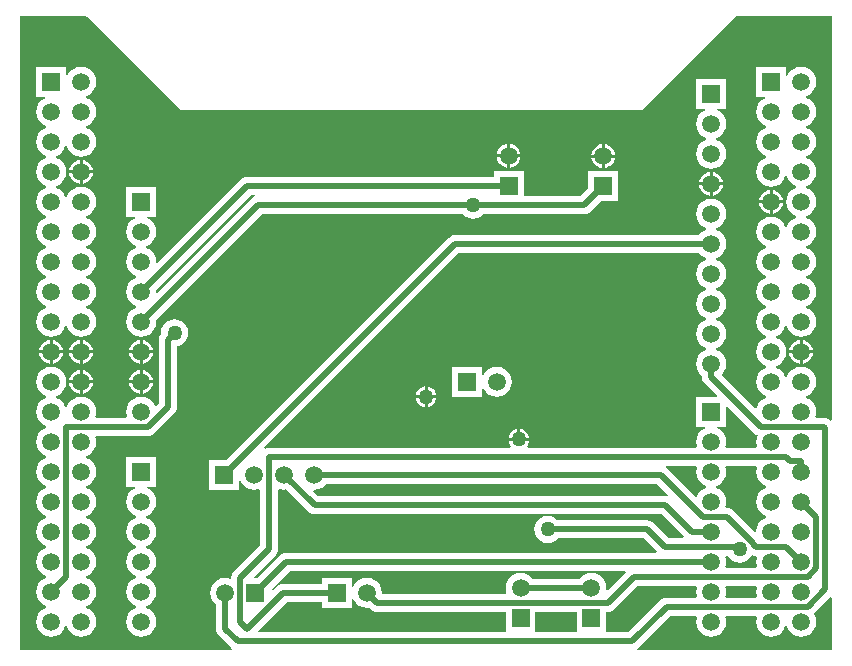
<source format=gbl>
G04*
G04 #@! TF.GenerationSoftware,Altium Limited,Altium Designer,18.1.6 (161)*
G04*
G04 Layer_Physical_Order=2*
G04 Layer_Color=16711680*
%FSLAX25Y25*%
%MOIN*%
G70*
G01*
G75*
%ADD26C,0.02000*%
%ADD27R,0.05906X0.05906*%
%ADD28C,0.05906*%
%ADD29R,0.05906X0.05906*%
%ADD30C,0.05000*%
G36*
X273042Y79245D02*
X272542Y79038D01*
X272440Y79140D01*
X271813Y79620D01*
X271083Y79923D01*
X270300Y80026D01*
X267801D01*
X267524Y80442D01*
X267620Y80676D01*
X267791Y81969D01*
X267620Y83262D01*
X267121Y84466D01*
X266328Y85501D01*
X265293Y86295D01*
X264320Y86698D01*
Y87239D01*
X265293Y87642D01*
X266328Y88436D01*
X267121Y89471D01*
X267620Y90676D01*
X267791Y91969D01*
X267620Y93261D01*
X267121Y94466D01*
X266328Y95501D01*
X265293Y96295D01*
X264088Y96794D01*
X262795Y96964D01*
X261502Y96794D01*
X260297Y96295D01*
X259263Y95501D01*
X258469Y94466D01*
X258066Y93493D01*
X257525D01*
X257121Y94466D01*
X256328Y95501D01*
X255293Y96295D01*
X254320Y96698D01*
Y97239D01*
X255293Y97642D01*
X256328Y98436D01*
X257121Y99471D01*
X257621Y100676D01*
X257791Y101969D01*
X257621Y103261D01*
X257121Y104466D01*
X256328Y105501D01*
X255293Y106295D01*
X254320Y106698D01*
Y107239D01*
X255293Y107642D01*
X256328Y108436D01*
X257121Y109471D01*
X257525Y110444D01*
X258066D01*
X258469Y109471D01*
X259263Y108436D01*
X260297Y107642D01*
X261502Y107143D01*
X262795Y106973D01*
X264088Y107143D01*
X265293Y107642D01*
X266328Y108436D01*
X267121Y109471D01*
X267620Y110676D01*
X267791Y111969D01*
X267620Y113261D01*
X267121Y114466D01*
X266328Y115501D01*
X265293Y116295D01*
X264320Y116698D01*
Y117239D01*
X265293Y117642D01*
X266328Y118436D01*
X267121Y119471D01*
X267620Y120676D01*
X267791Y121969D01*
X267620Y123261D01*
X267121Y124466D01*
X266328Y125501D01*
X265293Y126295D01*
X264320Y126698D01*
Y127239D01*
X265293Y127642D01*
X266328Y128436D01*
X267121Y129471D01*
X267620Y130676D01*
X267791Y131969D01*
X267620Y133262D01*
X267121Y134466D01*
X266328Y135501D01*
X265293Y136295D01*
X264320Y136698D01*
Y137239D01*
X265293Y137642D01*
X266328Y138436D01*
X267121Y139471D01*
X267620Y140676D01*
X267791Y141969D01*
X267620Y143262D01*
X267121Y144466D01*
X266328Y145501D01*
X265293Y146295D01*
X264320Y146698D01*
Y147239D01*
X265293Y147642D01*
X266328Y148436D01*
X267121Y149471D01*
X267620Y150676D01*
X267791Y151969D01*
X267620Y153261D01*
X267121Y154466D01*
X266328Y155501D01*
X265293Y156295D01*
X264320Y156698D01*
Y157239D01*
X265293Y157642D01*
X266328Y158436D01*
X267121Y159471D01*
X267620Y160676D01*
X267791Y161969D01*
X267620Y163261D01*
X267121Y164466D01*
X266328Y165501D01*
X265293Y166295D01*
X264320Y166698D01*
Y167239D01*
X265293Y167642D01*
X266328Y168436D01*
X267121Y169471D01*
X267620Y170676D01*
X267791Y171969D01*
X267620Y173261D01*
X267121Y174466D01*
X266328Y175501D01*
X265293Y176295D01*
X264320Y176698D01*
Y177239D01*
X265293Y177642D01*
X266328Y178436D01*
X267121Y179471D01*
X267620Y180676D01*
X267791Y181969D01*
X267620Y183262D01*
X267121Y184466D01*
X266328Y185501D01*
X265293Y186295D01*
X264320Y186698D01*
Y187239D01*
X265293Y187642D01*
X266328Y188436D01*
X267121Y189471D01*
X267620Y190676D01*
X267791Y191969D01*
X267620Y193262D01*
X267121Y194466D01*
X266328Y195501D01*
X265293Y196295D01*
X264088Y196794D01*
X262795Y196964D01*
X261502Y196794D01*
X260297Y196295D01*
X259263Y195501D01*
X258469Y194466D01*
X258248Y193933D01*
X257748Y194032D01*
Y196921D01*
X247843D01*
Y187016D01*
X250732D01*
X250831Y186516D01*
X250297Y186295D01*
X249263Y185501D01*
X248469Y184466D01*
X247970Y183262D01*
X247800Y181969D01*
X247970Y180676D01*
X248469Y179471D01*
X249263Y178436D01*
X250297Y177642D01*
X251271Y177239D01*
Y176698D01*
X250297Y176295D01*
X249263Y175501D01*
X248469Y174466D01*
X247970Y173261D01*
X247800Y171969D01*
X247970Y170676D01*
X248469Y169471D01*
X249263Y168436D01*
X250297Y167642D01*
X251271Y167239D01*
Y166698D01*
X250297Y166295D01*
X249263Y165501D01*
X248469Y164466D01*
X247970Y163261D01*
X247800Y161969D01*
X247970Y160676D01*
X248469Y159471D01*
X249263Y158436D01*
X250297Y157642D01*
X251502Y157143D01*
X252795Y156973D01*
X254088Y157143D01*
X255293Y157642D01*
X256328Y158436D01*
X257121Y159471D01*
X257525Y160444D01*
X258066D01*
X258469Y159471D01*
X259263Y158436D01*
X260297Y157642D01*
X261271Y157239D01*
Y156698D01*
X260297Y156295D01*
X259263Y155501D01*
X258469Y154466D01*
X257970Y153261D01*
X257800Y151969D01*
X257970Y150676D01*
X258469Y149471D01*
X259263Y148436D01*
X260297Y147642D01*
X261271Y147239D01*
Y146698D01*
X260297Y146295D01*
X259263Y145501D01*
X258469Y144466D01*
X258066Y143493D01*
X257525D01*
X257121Y144466D01*
X256328Y145501D01*
X255293Y146295D01*
X254088Y146794D01*
X252795Y146964D01*
X251502Y146794D01*
X250297Y146295D01*
X249263Y145501D01*
X248469Y144466D01*
X247970Y143262D01*
X247800Y141969D01*
X247970Y140676D01*
X248469Y139471D01*
X249263Y138436D01*
X250297Y137642D01*
X251271Y137239D01*
Y136698D01*
X250297Y136295D01*
X249263Y135501D01*
X248469Y134466D01*
X247970Y133262D01*
X247800Y131969D01*
X247970Y130676D01*
X248469Y129471D01*
X249263Y128436D01*
X250297Y127642D01*
X251271Y127239D01*
Y126698D01*
X250297Y126295D01*
X249263Y125501D01*
X248469Y124466D01*
X247970Y123261D01*
X247800Y121969D01*
X247970Y120676D01*
X248469Y119471D01*
X249263Y118436D01*
X250297Y117642D01*
X251271Y117239D01*
Y116698D01*
X250297Y116295D01*
X249263Y115501D01*
X248469Y114466D01*
X247970Y113261D01*
X247800Y111969D01*
X247970Y110676D01*
X248469Y109471D01*
X249263Y108436D01*
X250297Y107642D01*
X251271Y107239D01*
Y106698D01*
X250297Y106295D01*
X249263Y105501D01*
X248469Y104466D01*
X247970Y103261D01*
X247800Y101969D01*
X247970Y100676D01*
X248469Y99471D01*
X249263Y98436D01*
X250297Y97642D01*
X251271Y97239D01*
Y96698D01*
X250297Y96295D01*
X249263Y95501D01*
X248469Y94466D01*
X247970Y93261D01*
X247800Y91969D01*
X247970Y90676D01*
X248469Y89471D01*
X249263Y88436D01*
X250297Y87642D01*
X251271Y87239D01*
Y86698D01*
X250297Y86295D01*
X249263Y85501D01*
X248469Y84466D01*
X248015Y83371D01*
X247508Y83171D01*
X236323Y94356D01*
X236328Y94420D01*
X237121Y95455D01*
X237620Y96660D01*
X237791Y97953D01*
X237620Y99246D01*
X237121Y100450D01*
X236328Y101485D01*
X235293Y102279D01*
X234320Y102682D01*
Y103223D01*
X235293Y103626D01*
X236328Y104420D01*
X237121Y105455D01*
X237620Y106660D01*
X237791Y107953D01*
X237620Y109246D01*
X237121Y110450D01*
X236328Y111485D01*
X235293Y112279D01*
X234320Y112682D01*
Y113223D01*
X235293Y113626D01*
X236328Y114420D01*
X237121Y115455D01*
X237620Y116660D01*
X237791Y117953D01*
X237620Y119246D01*
X237121Y120450D01*
X236328Y121485D01*
X235293Y122279D01*
X234320Y122682D01*
Y123223D01*
X235293Y123626D01*
X236328Y124420D01*
X237121Y125455D01*
X237620Y126660D01*
X237791Y127953D01*
X237620Y129245D01*
X237121Y130450D01*
X236328Y131485D01*
X235293Y132279D01*
X234320Y132682D01*
Y133223D01*
X235293Y133626D01*
X236328Y134420D01*
X237121Y135455D01*
X237620Y136660D01*
X237791Y137953D01*
X237620Y139245D01*
X237121Y140450D01*
X236328Y141485D01*
X235293Y142279D01*
X234320Y142682D01*
Y143223D01*
X235293Y143626D01*
X236328Y144420D01*
X237121Y145455D01*
X237620Y146660D01*
X237791Y147953D01*
X237620Y149246D01*
X237121Y150450D01*
X236328Y151485D01*
X235293Y152279D01*
X234088Y152778D01*
X232795Y152948D01*
X231502Y152778D01*
X230297Y152279D01*
X229263Y151485D01*
X228469Y150450D01*
X227970Y149246D01*
X227800Y147953D01*
X227970Y146660D01*
X228469Y145455D01*
X229263Y144420D01*
X230297Y143626D01*
X231271Y143223D01*
Y142682D01*
X230297Y142279D01*
X229263Y141485D01*
X228874Y140979D01*
X147480D01*
X147480Y140979D01*
X146697Y140875D01*
X145967Y140573D01*
X145341Y140092D01*
X145341Y140092D01*
X71225Y65976D01*
X65598D01*
Y56071D01*
X75504D01*
Y58960D01*
X76004Y59060D01*
X76225Y58526D01*
X77019Y57491D01*
X78053Y56697D01*
X79258Y56198D01*
X80551Y56028D01*
X81844Y56198D01*
X82110Y56308D01*
X82525Y56030D01*
Y37605D01*
X73760Y28840D01*
X73280Y28213D01*
X72977Y27483D01*
X72877Y26723D01*
X72856Y26621D01*
X72458Y26355D01*
X72159Y26479D01*
X70866Y26649D01*
X69573Y26479D01*
X68369Y25980D01*
X67334Y25186D01*
X66540Y24151D01*
X66041Y22946D01*
X65871Y21654D01*
X66041Y20361D01*
X66540Y19156D01*
X67334Y18121D01*
X67840Y17733D01*
Y9634D01*
X67943Y8851D01*
X68246Y8121D01*
X68727Y7494D01*
X72860Y3360D01*
X72860Y3360D01*
X73266Y3049D01*
X73097Y2549D01*
X2549D01*
Y213986D01*
X24535D01*
X52332Y186190D01*
X55284Y183237D01*
X55284Y183237D01*
X55284Y183237D01*
X55664Y182983D01*
X56111Y182685D01*
X56111Y182685D01*
X56111Y182684D01*
X56541Y182599D01*
X57086Y182490D01*
X57087Y182490D01*
X57087Y182490D01*
X208661D01*
X209637Y182684D01*
X210464Y183237D01*
X218338Y191111D01*
X241213Y213986D01*
X273042D01*
Y79245D01*
D02*
G37*
G36*
X247260Y74860D02*
X247260Y74860D01*
X247887Y74379D01*
X248353Y74186D01*
X247970Y73261D01*
X247800Y71969D01*
X247970Y70676D01*
X248067Y70442D01*
X247789Y70026D01*
X237801D01*
X237524Y70442D01*
X237620Y70676D01*
X237791Y71969D01*
X237620Y73261D01*
X237121Y74466D01*
X236328Y75501D01*
X235293Y76295D01*
X234759Y76516D01*
X234859Y77016D01*
X237748D01*
Y83719D01*
X238210Y83911D01*
X247260Y74860D01*
D02*
G37*
G36*
X229263Y134420D02*
X230297Y133626D01*
X231271Y133223D01*
Y132682D01*
X230297Y132279D01*
X229263Y131485D01*
X228469Y130450D01*
X227970Y129245D01*
X227800Y127953D01*
X227970Y126660D01*
X228469Y125455D01*
X229263Y124420D01*
X230297Y123626D01*
X231271Y123223D01*
Y122682D01*
X230297Y122279D01*
X229263Y121485D01*
X228469Y120450D01*
X227970Y119246D01*
X227800Y117953D01*
X227970Y116660D01*
X228469Y115455D01*
X229263Y114420D01*
X230297Y113626D01*
X231271Y113223D01*
Y112682D01*
X230297Y112279D01*
X229263Y111485D01*
X228469Y110450D01*
X227970Y109246D01*
X227800Y107953D01*
X227970Y106660D01*
X228469Y105455D01*
X229263Y104420D01*
X230297Y103626D01*
X231271Y103223D01*
Y102682D01*
X230297Y102279D01*
X229263Y101485D01*
X228469Y100450D01*
X227970Y99246D01*
X227800Y97953D01*
X227970Y96660D01*
X228469Y95455D01*
X229263Y94420D01*
X229769Y94032D01*
Y93605D01*
X229872Y92822D01*
X230175Y92092D01*
X230656Y91465D01*
X234737Y87383D01*
X234546Y86921D01*
X227842D01*
Y77016D01*
X230732D01*
X230831Y76516D01*
X230297Y76295D01*
X229263Y75501D01*
X228469Y74466D01*
X227970Y73261D01*
X227800Y71969D01*
X227970Y70676D01*
X228067Y70442D01*
X227789Y70026D01*
X171639D01*
X171400Y70526D01*
X171817Y71070D01*
X172170Y71921D01*
X172224Y72335D01*
X165295D01*
X165350Y71921D01*
X165703Y71070D01*
X166120Y70526D01*
X165881Y70026D01*
X85551D01*
X84768Y69923D01*
X84202Y69688D01*
X83919Y70112D01*
X148734Y134927D01*
X228874D01*
X229263Y134420D01*
D02*
G37*
G36*
X218436Y54285D02*
X218379Y54113D01*
X218177Y53837D01*
X217500Y53926D01*
X101928D01*
X100266Y55588D01*
X100487Y56037D01*
X100551Y56028D01*
X101844Y56198D01*
X103049Y56697D01*
X104084Y57491D01*
X104472Y57998D01*
X214723D01*
X218436Y54285D01*
D02*
G37*
G36*
X228093Y63558D02*
X227970Y63261D01*
X227800Y61969D01*
X227970Y60676D01*
X228469Y59471D01*
X229263Y58436D01*
X230297Y57642D01*
X231271Y57239D01*
Y56698D01*
X230297Y56295D01*
X229263Y55501D01*
X228469Y54466D01*
X228156Y53711D01*
X227666Y53614D01*
X218116Y63163D01*
X217711Y63474D01*
X217881Y63974D01*
X227815D01*
X228093Y63558D01*
D02*
G37*
G36*
X248093D02*
X247970Y63261D01*
X247800Y61969D01*
X247970Y60676D01*
X248469Y59471D01*
X249263Y58436D01*
X250297Y57642D01*
X251271Y57239D01*
Y56698D01*
X250297Y56295D01*
X249263Y55501D01*
X248469Y54466D01*
X247970Y53262D01*
X247800Y51969D01*
X247970Y50676D01*
X248469Y49471D01*
X249263Y48436D01*
X250297Y47642D01*
X251271Y47239D01*
Y46698D01*
X250297Y46295D01*
X249263Y45501D01*
X248469Y44466D01*
X247970Y43262D01*
X247823Y42148D01*
X247331Y41933D01*
X240124Y49140D01*
X239498Y49621D01*
X238768Y49923D01*
X237985Y50026D01*
X237801D01*
X237524Y50442D01*
X237620Y50676D01*
X237791Y51969D01*
X237620Y53262D01*
X237121Y54466D01*
X236328Y55501D01*
X235293Y56295D01*
X234320Y56698D01*
Y57239D01*
X235293Y57642D01*
X236328Y58436D01*
X237121Y59471D01*
X237620Y60676D01*
X237791Y61969D01*
X237620Y63261D01*
X237497Y63558D01*
X237775Y63974D01*
X247815D01*
X248093Y63558D01*
D02*
G37*
G36*
X89258Y56198D02*
X90551Y56028D01*
X91184Y56111D01*
X98535Y48760D01*
X99162Y48280D01*
X99892Y47977D01*
X100675Y47874D01*
X216247D01*
X223633Y40488D01*
X223442Y40026D01*
X218653D01*
X213740Y44940D01*
X213113Y45421D01*
X212383Y45723D01*
X211600Y45826D01*
X181750D01*
X181609Y46009D01*
X180669Y46731D01*
X179575Y47184D01*
X178400Y47339D01*
X177225Y47184D01*
X176131Y46731D01*
X175191Y46009D01*
X174469Y45069D01*
X174016Y43975D01*
X173861Y42800D01*
X174016Y41625D01*
X174469Y40531D01*
X175191Y39591D01*
X176131Y38869D01*
X177225Y38416D01*
X178400Y38261D01*
X179575Y38416D01*
X180669Y38869D01*
X181609Y39591D01*
X181750Y39774D01*
X210347D01*
X214664Y35456D01*
X214473Y34995D01*
X91181D01*
X90398Y34891D01*
X89668Y34589D01*
X89042Y34108D01*
X81540Y26606D01*
X80739D01*
X80548Y27068D01*
X87691Y34212D01*
X88172Y34838D01*
X88474Y35568D01*
X88525Y35960D01*
X88577Y36351D01*
X88577Y36351D01*
Y56030D01*
X88993Y56308D01*
X89258Y56198D01*
D02*
G37*
G36*
X247017Y34077D02*
X247728Y33984D01*
X248028Y33655D01*
X248093Y33558D01*
X247970Y33261D01*
X247800Y31969D01*
X247970Y30676D01*
X248067Y30442D01*
X247789Y30026D01*
X237801D01*
X237524Y30442D01*
X237620Y30676D01*
X237791Y31969D01*
X237620Y33261D01*
X237497Y33558D01*
X237775Y33974D01*
X238435D01*
X239116Y33085D01*
X240056Y32364D01*
X241151Y31911D01*
X242326Y31756D01*
X243501Y31911D01*
X244595Y32364D01*
X245535Y33085D01*
X246257Y34025D01*
X246386Y34338D01*
X247017Y34077D01*
D02*
G37*
G36*
X204302Y28481D02*
X198303Y22482D01*
X197829Y22716D01*
X197909Y23319D01*
X197739Y24612D01*
X197240Y25817D01*
X196446Y26851D01*
X195411Y27645D01*
X194206Y28144D01*
X192913Y28315D01*
X191621Y28144D01*
X190416Y27645D01*
X189381Y26851D01*
X188993Y26345D01*
X173212D01*
X172824Y26851D01*
X171789Y27645D01*
X170584Y28144D01*
X169291Y28315D01*
X167999Y28144D01*
X166794Y27645D01*
X165759Y26851D01*
X164965Y25817D01*
X164466Y24612D01*
X164296Y23319D01*
X164466Y22026D01*
X164584Y21742D01*
X164306Y21326D01*
X123393D01*
X123106Y21654D01*
X122935Y22946D01*
X122436Y24151D01*
X121642Y25186D01*
X120608Y25980D01*
X119403Y26479D01*
X118110Y26649D01*
X116817Y26479D01*
X115612Y25980D01*
X114578Y25186D01*
X113784Y24151D01*
X113563Y23618D01*
X113063Y23717D01*
Y26606D01*
X103157D01*
Y24679D01*
X90154D01*
X89370Y24576D01*
X88641Y24274D01*
X88014Y23793D01*
X88014Y23793D01*
X86694Y22474D01*
X86152Y22638D01*
X86148Y22656D01*
X92435Y28943D01*
X204110D01*
X204302Y28481D01*
D02*
G37*
G36*
X248093Y23558D02*
X247970Y23261D01*
X247800Y21969D01*
X247970Y20676D01*
X248067Y20442D01*
X247789Y20026D01*
X237801D01*
X237524Y20442D01*
X237620Y20676D01*
X237791Y21969D01*
X237620Y23261D01*
X237497Y23558D01*
X237775Y23974D01*
X247815D01*
X248093Y23558D01*
D02*
G37*
G36*
X228093D02*
X227970Y23261D01*
X227800Y21969D01*
X227970Y20676D01*
X228067Y20442D01*
X227789Y20026D01*
X218000D01*
X218000Y20026D01*
X217217Y19923D01*
X216487Y19621D01*
X215860Y19140D01*
X215860Y19140D01*
X205247Y8526D01*
X197866D01*
Y15274D01*
X198400D01*
X199183Y15377D01*
X199913Y15679D01*
X200540Y16160D01*
X208353Y23974D01*
X227815D01*
X228093Y23558D01*
D02*
G37*
G36*
X113784Y19156D02*
X114578Y18121D01*
X115612Y17327D01*
X116817Y16828D01*
X118110Y16658D01*
X118743Y16741D01*
X119324Y16160D01*
X119324Y16160D01*
X119951Y15679D01*
X120681Y15377D01*
X121464Y15274D01*
X121464Y15274D01*
X164339D01*
Y8526D01*
X81958D01*
X81767Y8988D01*
X91407Y18628D01*
X103157D01*
Y16701D01*
X113063D01*
Y19590D01*
X113563Y19690D01*
X113784Y19156D01*
D02*
G37*
G36*
X187961Y8526D02*
X174244D01*
Y15274D01*
X187961D01*
Y8526D01*
D02*
G37*
G36*
X273042Y20055D02*
Y2549D01*
X208403D01*
X208234Y3049D01*
X208640Y3360D01*
X219253Y13974D01*
X227815D01*
X228093Y13558D01*
X227970Y13262D01*
X227800Y11969D01*
X227970Y10676D01*
X228469Y9471D01*
X229263Y8436D01*
X230297Y7642D01*
X231502Y7143D01*
X232795Y6973D01*
X234088Y7143D01*
X235293Y7642D01*
X236328Y8436D01*
X237121Y9471D01*
X237620Y10676D01*
X237791Y11969D01*
X237620Y13262D01*
X237497Y13558D01*
X237775Y13974D01*
X247815D01*
X248093Y13558D01*
X247970Y13262D01*
X247800Y11969D01*
X247970Y10676D01*
X248469Y9471D01*
X249263Y8436D01*
X250297Y7642D01*
X251502Y7143D01*
X252795Y6973D01*
X254088Y7143D01*
X255293Y7642D01*
X256328Y8436D01*
X257121Y9471D01*
X257525Y10444D01*
X258066D01*
X258469Y9471D01*
X259263Y8436D01*
X260297Y7642D01*
X261502Y7143D01*
X262795Y6973D01*
X264088Y7143D01*
X265293Y7642D01*
X266328Y8436D01*
X267121Y9471D01*
X267620Y10676D01*
X267791Y11969D01*
X267620Y13262D01*
X267121Y14466D01*
X266938Y14706D01*
X267140Y14860D01*
X272542Y20262D01*
X273042Y20055D01*
D02*
G37*
%LPC*%
G36*
X22795Y196964D02*
X21502Y196794D01*
X20298Y196295D01*
X19263Y195501D01*
X18469Y194466D01*
X18248Y193933D01*
X17748Y194032D01*
Y196921D01*
X7842D01*
Y187016D01*
X10732D01*
X10831Y186516D01*
X10298Y186295D01*
X9263Y185501D01*
X8469Y184466D01*
X7970Y183262D01*
X7800Y181969D01*
X7970Y180676D01*
X8469Y179471D01*
X9263Y178436D01*
X10298Y177642D01*
X11271Y177239D01*
Y176698D01*
X10298Y176295D01*
X9263Y175501D01*
X8469Y174466D01*
X7970Y173261D01*
X7800Y171969D01*
X7970Y170676D01*
X8469Y169471D01*
X9263Y168436D01*
X10298Y167642D01*
X11271Y167239D01*
Y166698D01*
X10298Y166295D01*
X9263Y165501D01*
X8469Y164466D01*
X7970Y163261D01*
X7800Y161969D01*
X7970Y160676D01*
X8469Y159471D01*
X9263Y158436D01*
X10298Y157642D01*
X11271Y157239D01*
Y156698D01*
X10298Y156295D01*
X9263Y155501D01*
X8469Y154466D01*
X7970Y153261D01*
X7800Y151969D01*
X7970Y150676D01*
X8469Y149471D01*
X9263Y148436D01*
X10298Y147642D01*
X11271Y147239D01*
Y146698D01*
X10298Y146295D01*
X9263Y145501D01*
X8469Y144466D01*
X7970Y143262D01*
X7800Y141969D01*
X7970Y140676D01*
X8469Y139471D01*
X9263Y138436D01*
X10298Y137642D01*
X11271Y137239D01*
Y136698D01*
X10298Y136295D01*
X9263Y135501D01*
X8469Y134466D01*
X7970Y133262D01*
X7800Y131969D01*
X7970Y130676D01*
X8469Y129471D01*
X9263Y128436D01*
X10298Y127642D01*
X11271Y127239D01*
Y126698D01*
X10298Y126295D01*
X9263Y125501D01*
X8469Y124466D01*
X7970Y123261D01*
X7800Y121969D01*
X7970Y120676D01*
X8469Y119471D01*
X9263Y118436D01*
X10298Y117642D01*
X11271Y117239D01*
Y116698D01*
X10298Y116295D01*
X9263Y115501D01*
X8469Y114466D01*
X7970Y113261D01*
X7800Y111969D01*
X7970Y110676D01*
X8469Y109471D01*
X9263Y108436D01*
X10298Y107642D01*
X11502Y107143D01*
X12795Y106973D01*
X14088Y107143D01*
X15293Y107642D01*
X16328Y108436D01*
X17121Y109471D01*
X17525Y110444D01*
X18066D01*
X18469Y109471D01*
X19263Y108436D01*
X20298Y107642D01*
X21502Y107143D01*
X22795Y106973D01*
X24088Y107143D01*
X25293Y107642D01*
X26327Y108436D01*
X27121Y109471D01*
X27621Y110676D01*
X27791Y111969D01*
X27621Y113261D01*
X27121Y114466D01*
X26327Y115501D01*
X25293Y116295D01*
X24320Y116698D01*
Y117239D01*
X25293Y117642D01*
X26327Y118436D01*
X27121Y119471D01*
X27621Y120676D01*
X27791Y121969D01*
X27621Y123261D01*
X27121Y124466D01*
X26327Y125501D01*
X25293Y126295D01*
X24320Y126698D01*
Y127239D01*
X25293Y127642D01*
X26327Y128436D01*
X27121Y129471D01*
X27621Y130676D01*
X27791Y131969D01*
X27621Y133262D01*
X27121Y134466D01*
X26327Y135501D01*
X25293Y136295D01*
X24320Y136698D01*
Y137239D01*
X25293Y137642D01*
X26327Y138436D01*
X27121Y139471D01*
X27621Y140676D01*
X27791Y141969D01*
X27621Y143262D01*
X27121Y144466D01*
X26327Y145501D01*
X25293Y146295D01*
X24320Y146698D01*
Y147239D01*
X25293Y147642D01*
X26327Y148436D01*
X27121Y149471D01*
X27621Y150676D01*
X27791Y151969D01*
X27621Y153261D01*
X27121Y154466D01*
X26327Y155501D01*
X25293Y156295D01*
X24088Y156794D01*
X22795Y156964D01*
X21502Y156794D01*
X20298Y156295D01*
X19263Y155501D01*
X18469Y154466D01*
X18066Y153493D01*
X17525D01*
X17121Y154466D01*
X16328Y155501D01*
X15293Y156295D01*
X14320Y156698D01*
Y157239D01*
X15293Y157642D01*
X16328Y158436D01*
X17121Y159471D01*
X17620Y160676D01*
X17791Y161969D01*
X17620Y163261D01*
X17121Y164466D01*
X16328Y165501D01*
X15293Y166295D01*
X14320Y166698D01*
Y167239D01*
X15293Y167642D01*
X16328Y168436D01*
X17121Y169471D01*
X17525Y170444D01*
X18066D01*
X18469Y169471D01*
X19263Y168436D01*
X20298Y167642D01*
X21502Y167143D01*
X22795Y166973D01*
X24088Y167143D01*
X25293Y167642D01*
X26327Y168436D01*
X27121Y169471D01*
X27621Y170676D01*
X27791Y171969D01*
X27621Y173261D01*
X27121Y174466D01*
X26327Y175501D01*
X25293Y176295D01*
X24320Y176698D01*
Y177239D01*
X25293Y177642D01*
X26327Y178436D01*
X27121Y179471D01*
X27621Y180676D01*
X27791Y181969D01*
X27621Y183262D01*
X27121Y184466D01*
X26327Y185501D01*
X25293Y186295D01*
X24320Y186698D01*
Y187239D01*
X25293Y187642D01*
X26327Y188436D01*
X27121Y189471D01*
X27621Y190676D01*
X27791Y191969D01*
X27621Y193262D01*
X27121Y194466D01*
X26327Y195501D01*
X25293Y196295D01*
X24088Y196794D01*
X22795Y196964D01*
D02*
G37*
G36*
X165854Y171244D02*
Y167823D01*
X169275D01*
X169205Y168355D01*
X168807Y169316D01*
X168174Y170142D01*
X167348Y170775D01*
X166386Y171174D01*
X165854Y171244D01*
D02*
G37*
G36*
X164854D02*
X164322Y171174D01*
X163361Y170775D01*
X162535Y170142D01*
X161902Y169316D01*
X161503Y168355D01*
X161433Y167823D01*
X164854D01*
Y171244D01*
D02*
G37*
G36*
X197350Y171165D02*
Y167744D01*
X200771D01*
X200701Y168276D01*
X200303Y169238D01*
X199670Y170063D01*
X198844Y170697D01*
X197882Y171095D01*
X197350Y171165D01*
D02*
G37*
G36*
X196350D02*
X195818Y171095D01*
X194857Y170697D01*
X194031Y170063D01*
X193398Y169238D01*
X192999Y168276D01*
X192929Y167744D01*
X196350D01*
Y171165D01*
D02*
G37*
G36*
X169275Y166823D02*
X165854D01*
Y163402D01*
X166386Y163472D01*
X167348Y163870D01*
X168174Y164504D01*
X168807Y165329D01*
X169205Y166291D01*
X169275Y166823D01*
D02*
G37*
G36*
X164854D02*
X161433D01*
X161503Y166291D01*
X161902Y165329D01*
X162535Y164504D01*
X163361Y163870D01*
X164322Y163472D01*
X164854Y163402D01*
Y166823D01*
D02*
G37*
G36*
X200771Y166744D02*
X197350D01*
Y163323D01*
X197882Y163393D01*
X198844Y163792D01*
X199670Y164425D01*
X200303Y165251D01*
X200701Y166212D01*
X200771Y166744D01*
D02*
G37*
G36*
X196350D02*
X192929D01*
X192999Y166212D01*
X193398Y165251D01*
X194031Y164425D01*
X194857Y163792D01*
X195818Y163393D01*
X196350Y163323D01*
Y166744D01*
D02*
G37*
G36*
X237748Y192905D02*
X227842D01*
Y183000D01*
X230732D01*
X230831Y182500D01*
X230297Y182279D01*
X229263Y181485D01*
X228469Y180450D01*
X227970Y179245D01*
X227800Y177953D01*
X227970Y176660D01*
X228469Y175455D01*
X229263Y174420D01*
X230297Y173626D01*
X231271Y173223D01*
Y172682D01*
X230297Y172279D01*
X229263Y171485D01*
X228469Y170450D01*
X227970Y169246D01*
X227800Y167953D01*
X227970Y166660D01*
X228469Y165455D01*
X229263Y164420D01*
X230297Y163626D01*
X231502Y163127D01*
X232795Y162957D01*
X234088Y163127D01*
X235293Y163626D01*
X236328Y164420D01*
X237121Y165455D01*
X237620Y166660D01*
X237791Y167953D01*
X237620Y169246D01*
X237121Y170450D01*
X236328Y171485D01*
X235293Y172279D01*
X234320Y172682D01*
Y173223D01*
X235293Y173626D01*
X236328Y174420D01*
X237121Y175455D01*
X237620Y176660D01*
X237791Y177953D01*
X237620Y179245D01*
X237121Y180450D01*
X236328Y181485D01*
X235293Y182279D01*
X234759Y182500D01*
X234859Y183000D01*
X237748D01*
Y192905D01*
D02*
G37*
G36*
X23295Y165890D02*
Y162469D01*
X26716D01*
X26646Y163001D01*
X26248Y163962D01*
X25614Y164788D01*
X24789Y165421D01*
X23827Y165820D01*
X23295Y165890D01*
D02*
G37*
G36*
X22295D02*
X21763Y165820D01*
X20802Y165421D01*
X19976Y164788D01*
X19342Y163962D01*
X18944Y163001D01*
X18874Y162469D01*
X22295D01*
Y165890D01*
D02*
G37*
G36*
X233295Y161874D02*
Y158453D01*
X236716D01*
X236646Y158984D01*
X236248Y159946D01*
X235614Y160772D01*
X234789Y161405D01*
X233827Y161804D01*
X233295Y161874D01*
D02*
G37*
G36*
X232295D02*
X231763Y161804D01*
X230802Y161405D01*
X229976Y160772D01*
X229343Y159946D01*
X228944Y158984D01*
X228874Y158453D01*
X232295D01*
Y161874D01*
D02*
G37*
G36*
X26716Y161469D02*
X23295D01*
Y158048D01*
X23827Y158118D01*
X24789Y158516D01*
X25614Y159150D01*
X26248Y159975D01*
X26646Y160937D01*
X26716Y161469D01*
D02*
G37*
G36*
X22295D02*
X18874D01*
X18944Y160937D01*
X19342Y159975D01*
X19976Y159150D01*
X20802Y158516D01*
X21763Y158118D01*
X22295Y158048D01*
Y161469D01*
D02*
G37*
G36*
X236716Y157453D02*
X233295D01*
Y154032D01*
X233827Y154102D01*
X234789Y154500D01*
X235614Y155133D01*
X236248Y155959D01*
X236646Y156921D01*
X236716Y157453D01*
D02*
G37*
G36*
X232295D02*
X228874D01*
X228944Y156921D01*
X229343Y155959D01*
X229976Y155133D01*
X230802Y154500D01*
X231763Y154102D01*
X232295Y154032D01*
Y157453D01*
D02*
G37*
G36*
X253295Y155890D02*
Y152469D01*
X256716D01*
X256646Y153000D01*
X256248Y153962D01*
X255614Y154788D01*
X254789Y155421D01*
X253827Y155820D01*
X253295Y155890D01*
D02*
G37*
G36*
X252295D02*
X251763Y155820D01*
X250802Y155421D01*
X249976Y154788D01*
X249342Y153962D01*
X248944Y153000D01*
X248874Y152469D01*
X252295D01*
Y155890D01*
D02*
G37*
G36*
X256716Y151469D02*
X253295D01*
Y148048D01*
X253827Y148118D01*
X254789Y148516D01*
X255614Y149150D01*
X256248Y149975D01*
X256646Y150937D01*
X256716Y151469D01*
D02*
G37*
G36*
X252295D02*
X248874D01*
X248944Y150937D01*
X249342Y149975D01*
X249976Y149150D01*
X250802Y148516D01*
X251763Y148118D01*
X252295Y148048D01*
Y151469D01*
D02*
G37*
G36*
X170307Y162276D02*
X160402D01*
Y160349D01*
X78149D01*
X77366Y160246D01*
X76636Y159943D01*
X76010Y159462D01*
X48231Y131683D01*
X47782Y131904D01*
X47791Y131969D01*
X47620Y133262D01*
X47121Y134466D01*
X46327Y135501D01*
X45293Y136295D01*
X44320Y136698D01*
Y137239D01*
X45293Y137642D01*
X46327Y138436D01*
X47121Y139471D01*
X47620Y140676D01*
X47791Y141969D01*
X47620Y143262D01*
X47121Y144466D01*
X46327Y145501D01*
X45293Y146295D01*
X44759Y146516D01*
X44859Y147016D01*
X47748D01*
Y156921D01*
X37843D01*
Y147016D01*
X40732D01*
X40831Y146516D01*
X40297Y146295D01*
X39263Y145501D01*
X38469Y144466D01*
X37970Y143262D01*
X37800Y141969D01*
X37970Y140676D01*
X38469Y139471D01*
X39263Y138436D01*
X40297Y137642D01*
X41271Y137239D01*
Y136698D01*
X40297Y136295D01*
X39263Y135501D01*
X38469Y134466D01*
X37970Y133262D01*
X37800Y131969D01*
X37970Y130676D01*
X38469Y129471D01*
X39263Y128436D01*
X40297Y127642D01*
X41271Y127239D01*
Y126698D01*
X40297Y126295D01*
X39263Y125501D01*
X38469Y124466D01*
X37970Y123261D01*
X37800Y121969D01*
X37970Y120676D01*
X38469Y119471D01*
X39263Y118436D01*
X40297Y117642D01*
X41271Y117239D01*
Y116698D01*
X40297Y116295D01*
X39263Y115501D01*
X38469Y114466D01*
X37970Y113261D01*
X37800Y111969D01*
X37970Y110676D01*
X38469Y109471D01*
X39263Y108436D01*
X40297Y107642D01*
X41502Y107143D01*
X42795Y106973D01*
X44088Y107143D01*
X45293Y107642D01*
X46327Y108436D01*
X47121Y109471D01*
X47620Y110676D01*
X47791Y111969D01*
X47707Y112601D01*
X82980Y147874D01*
X150193D01*
X150334Y147691D01*
X151274Y146969D01*
X152369Y146516D01*
X153543Y146361D01*
X154718Y146516D01*
X155813Y146969D01*
X156753Y147691D01*
X156894Y147874D01*
X190506D01*
X191289Y147977D01*
X192019Y148280D01*
X192646Y148760D01*
X196177Y152292D01*
X201803D01*
Y162197D01*
X191898D01*
Y156571D01*
X189253Y153926D01*
X170307D01*
Y162276D01*
D02*
G37*
G36*
X263295Y105890D02*
Y102469D01*
X266716D01*
X266646Y103000D01*
X266248Y103962D01*
X265614Y104788D01*
X264789Y105421D01*
X263827Y105820D01*
X263295Y105890D01*
D02*
G37*
G36*
X43295D02*
Y102469D01*
X46716D01*
X46646Y103000D01*
X46248Y103962D01*
X45614Y104788D01*
X44789Y105421D01*
X43827Y105820D01*
X43295Y105890D01*
D02*
G37*
G36*
X23295D02*
Y102469D01*
X26716D01*
X26646Y103000D01*
X26248Y103962D01*
X25614Y104788D01*
X24789Y105421D01*
X23827Y105820D01*
X23295Y105890D01*
D02*
G37*
G36*
X13295D02*
Y102469D01*
X16716D01*
X16646Y103000D01*
X16248Y103962D01*
X15614Y104788D01*
X14789Y105421D01*
X13827Y105820D01*
X13295Y105890D01*
D02*
G37*
G36*
X262295D02*
X261763Y105820D01*
X260802Y105421D01*
X259976Y104788D01*
X259343Y103962D01*
X258944Y103000D01*
X258874Y102469D01*
X262295D01*
Y105890D01*
D02*
G37*
G36*
X42295D02*
X41763Y105820D01*
X40802Y105421D01*
X39976Y104788D01*
X39342Y103962D01*
X38944Y103000D01*
X38874Y102469D01*
X42295D01*
Y105890D01*
D02*
G37*
G36*
X22295D02*
X21763Y105820D01*
X20802Y105421D01*
X19976Y104788D01*
X19342Y103962D01*
X18944Y103000D01*
X18874Y102469D01*
X22295D01*
Y105890D01*
D02*
G37*
G36*
X12295D02*
X11763Y105820D01*
X10802Y105421D01*
X9976Y104788D01*
X9342Y103962D01*
X8944Y103000D01*
X8874Y102469D01*
X12295D01*
Y105890D01*
D02*
G37*
G36*
X266716Y101469D02*
X263295D01*
Y98048D01*
X263827Y98118D01*
X264789Y98516D01*
X265614Y99150D01*
X266248Y99975D01*
X266646Y100937D01*
X266716Y101469D01*
D02*
G37*
G36*
X46716D02*
X43295D01*
Y98048D01*
X43827Y98118D01*
X44789Y98516D01*
X45614Y99150D01*
X46248Y99975D01*
X46646Y100937D01*
X46716Y101469D01*
D02*
G37*
G36*
X26716D02*
X23295D01*
Y98048D01*
X23827Y98118D01*
X24789Y98516D01*
X25614Y99150D01*
X26248Y99975D01*
X26646Y100937D01*
X26716Y101469D01*
D02*
G37*
G36*
X16716D02*
X13295D01*
Y98048D01*
X13827Y98118D01*
X14789Y98516D01*
X15614Y99150D01*
X16248Y99975D01*
X16646Y100937D01*
X16716Y101469D01*
D02*
G37*
G36*
X262295D02*
X258874D01*
X258944Y100937D01*
X259343Y99975D01*
X259976Y99150D01*
X260802Y98516D01*
X261763Y98118D01*
X262295Y98048D01*
Y101469D01*
D02*
G37*
G36*
X42295D02*
X38874D01*
X38944Y100937D01*
X39342Y99975D01*
X39976Y99150D01*
X40802Y98516D01*
X41763Y98118D01*
X42295Y98048D01*
Y101469D01*
D02*
G37*
G36*
X22295D02*
X18874D01*
X18944Y100937D01*
X19342Y99975D01*
X19976Y99150D01*
X20802Y98516D01*
X21763Y98118D01*
X22295Y98048D01*
Y101469D01*
D02*
G37*
G36*
X12295D02*
X8874D01*
X8944Y100937D01*
X9342Y99975D01*
X9976Y99150D01*
X10802Y98516D01*
X11763Y98118D01*
X12295Y98048D01*
Y101469D01*
D02*
G37*
G36*
X43295Y95890D02*
Y92469D01*
X46716D01*
X46646Y93001D01*
X46248Y93962D01*
X45614Y94788D01*
X44789Y95421D01*
X43827Y95820D01*
X43295Y95890D01*
D02*
G37*
G36*
X23295D02*
Y92469D01*
X26716D01*
X26646Y93001D01*
X26248Y93962D01*
X25614Y94788D01*
X24789Y95421D01*
X23827Y95820D01*
X23295Y95890D01*
D02*
G37*
G36*
X42295D02*
X41763Y95820D01*
X40802Y95421D01*
X39976Y94788D01*
X39342Y93962D01*
X38944Y93001D01*
X38874Y92469D01*
X42295D01*
Y95890D01*
D02*
G37*
G36*
X22295D02*
X21763Y95820D01*
X20802Y95421D01*
X19976Y94788D01*
X19342Y93962D01*
X18944Y93001D01*
X18874Y92469D01*
X22295D01*
Y95890D01*
D02*
G37*
G36*
X46716Y91469D02*
X43295D01*
Y88048D01*
X43827Y88118D01*
X44789Y88516D01*
X45614Y89149D01*
X46248Y89975D01*
X46646Y90937D01*
X46716Y91469D01*
D02*
G37*
G36*
X26716D02*
X23295D01*
Y88048D01*
X23827Y88118D01*
X24789Y88516D01*
X25614Y89149D01*
X26248Y89975D01*
X26646Y90937D01*
X26716Y91469D01*
D02*
G37*
G36*
X42295D02*
X38874D01*
X38944Y90937D01*
X39342Y89975D01*
X39976Y89149D01*
X40802Y88516D01*
X41763Y88118D01*
X42295Y88048D01*
Y91469D01*
D02*
G37*
G36*
X22295D02*
X18874D01*
X18944Y90937D01*
X19342Y89975D01*
X19976Y89149D01*
X20802Y88516D01*
X21763Y88118D01*
X22295Y88048D01*
Y91469D01*
D02*
G37*
G36*
X54000Y112839D02*
X52825Y112684D01*
X51731Y112231D01*
X50791Y111509D01*
X50069Y110569D01*
X49616Y109475D01*
X49461Y108300D01*
X49494Y108053D01*
X49079Y107513D01*
X48777Y106783D01*
X48674Y106000D01*
Y84953D01*
X47752Y84031D01*
X47261Y84128D01*
X47121Y84466D01*
X46327Y85501D01*
X45293Y86295D01*
X44088Y86794D01*
X42795Y86964D01*
X41502Y86794D01*
X40297Y86295D01*
X39263Y85501D01*
X38469Y84466D01*
X37970Y83262D01*
X37800Y81969D01*
X37970Y80676D01*
X38067Y80442D01*
X37789Y80026D01*
X27801D01*
X27523Y80442D01*
X27621Y80676D01*
X27791Y81969D01*
X27621Y83262D01*
X27121Y84466D01*
X26327Y85501D01*
X25293Y86295D01*
X24088Y86794D01*
X22795Y86964D01*
X21502Y86794D01*
X20298Y86295D01*
X19263Y85501D01*
X18469Y84466D01*
X18066Y83493D01*
X17525D01*
X17121Y84466D01*
X16328Y85501D01*
X15293Y86295D01*
X14320Y86698D01*
Y87239D01*
X15293Y87642D01*
X16328Y88436D01*
X17121Y89471D01*
X17620Y90676D01*
X17791Y91969D01*
X17620Y93261D01*
X17121Y94466D01*
X16328Y95501D01*
X15293Y96295D01*
X14088Y96794D01*
X12795Y96964D01*
X11502Y96794D01*
X10298Y96295D01*
X9263Y95501D01*
X8469Y94466D01*
X7970Y93261D01*
X7800Y91969D01*
X7970Y90676D01*
X8469Y89471D01*
X9263Y88436D01*
X10298Y87642D01*
X11271Y87239D01*
Y86698D01*
X10298Y86295D01*
X9263Y85501D01*
X8469Y84466D01*
X7970Y83262D01*
X7800Y81969D01*
X7970Y80676D01*
X8469Y79471D01*
X9263Y78436D01*
X10298Y77642D01*
X11271Y77239D01*
Y76698D01*
X10298Y76295D01*
X9263Y75501D01*
X8469Y74466D01*
X7970Y73261D01*
X7800Y71969D01*
X7970Y70676D01*
X8469Y69471D01*
X9263Y68436D01*
X10298Y67642D01*
X11271Y67239D01*
Y66698D01*
X10298Y66295D01*
X9263Y65501D01*
X8469Y64466D01*
X7970Y63261D01*
X7800Y61969D01*
X7970Y60676D01*
X8469Y59471D01*
X9263Y58436D01*
X10298Y57642D01*
X11271Y57239D01*
Y56698D01*
X10298Y56295D01*
X9263Y55501D01*
X8469Y54466D01*
X7970Y53262D01*
X7800Y51969D01*
X7970Y50676D01*
X8469Y49471D01*
X9263Y48436D01*
X10298Y47642D01*
X11271Y47239D01*
Y46698D01*
X10298Y46295D01*
X9263Y45501D01*
X8469Y44466D01*
X7970Y43262D01*
X7800Y41969D01*
X7970Y40676D01*
X8469Y39471D01*
X9263Y38436D01*
X10298Y37642D01*
X11271Y37239D01*
Y36698D01*
X10298Y36295D01*
X9263Y35501D01*
X8469Y34466D01*
X7970Y33261D01*
X7800Y31969D01*
X7970Y30676D01*
X8469Y29471D01*
X9263Y28436D01*
X10298Y27642D01*
X11271Y27239D01*
Y26698D01*
X10298Y26295D01*
X9263Y25501D01*
X8469Y24466D01*
X7970Y23261D01*
X7800Y21969D01*
X7970Y20676D01*
X8469Y19471D01*
X9263Y18436D01*
X10298Y17642D01*
X11271Y17239D01*
Y16698D01*
X10298Y16295D01*
X9263Y15501D01*
X8469Y14466D01*
X7970Y13262D01*
X7800Y11969D01*
X7970Y10676D01*
X8469Y9471D01*
X9263Y8436D01*
X10298Y7642D01*
X11502Y7143D01*
X12795Y6973D01*
X14088Y7143D01*
X15293Y7642D01*
X16328Y8436D01*
X17121Y9471D01*
X17525Y10444D01*
X18066D01*
X18469Y9471D01*
X19263Y8436D01*
X20298Y7642D01*
X21502Y7143D01*
X22795Y6973D01*
X24088Y7143D01*
X25293Y7642D01*
X26327Y8436D01*
X27121Y9471D01*
X27621Y10676D01*
X27791Y11969D01*
X27621Y13262D01*
X27121Y14466D01*
X26327Y15501D01*
X25293Y16295D01*
X24320Y16698D01*
Y17239D01*
X25293Y17642D01*
X26327Y18436D01*
X27121Y19471D01*
X27621Y20676D01*
X27791Y21969D01*
X27621Y23261D01*
X27121Y24466D01*
X26327Y25501D01*
X25293Y26295D01*
X24320Y26698D01*
Y27239D01*
X25293Y27642D01*
X26327Y28436D01*
X27121Y29471D01*
X27621Y30676D01*
X27791Y31969D01*
X27621Y33261D01*
X27121Y34466D01*
X26327Y35501D01*
X25293Y36295D01*
X24320Y36698D01*
Y37239D01*
X25293Y37642D01*
X26327Y38436D01*
X27121Y39471D01*
X27621Y40676D01*
X27791Y41969D01*
X27621Y43262D01*
X27121Y44466D01*
X26327Y45501D01*
X25293Y46295D01*
X24320Y46698D01*
Y47239D01*
X25293Y47642D01*
X26327Y48436D01*
X27121Y49471D01*
X27621Y50676D01*
X27791Y51969D01*
X27621Y53262D01*
X27121Y54466D01*
X26327Y55501D01*
X25293Y56295D01*
X24320Y56698D01*
Y57239D01*
X25293Y57642D01*
X26327Y58436D01*
X27121Y59471D01*
X27621Y60676D01*
X27791Y61969D01*
X27621Y63261D01*
X27121Y64466D01*
X26327Y65501D01*
X25293Y66295D01*
X24320Y66698D01*
Y67239D01*
X25293Y67642D01*
X26327Y68436D01*
X27121Y69471D01*
X27621Y70676D01*
X27791Y71969D01*
X27621Y73261D01*
X27498Y73558D01*
X27775Y73974D01*
X45000D01*
X45783Y74077D01*
X46513Y74379D01*
X47140Y74860D01*
X53840Y81560D01*
X54321Y82187D01*
X54623Y82917D01*
X54726Y83700D01*
Y103857D01*
X55175Y103916D01*
X56269Y104369D01*
X57209Y105091D01*
X57931Y106031D01*
X58384Y107125D01*
X58539Y108300D01*
X58384Y109475D01*
X57931Y110569D01*
X57209Y111509D01*
X56269Y112231D01*
X55175Y112684D01*
X54000Y112839D01*
D02*
G37*
G36*
X47748Y66921D02*
X37843D01*
Y57016D01*
X40732D01*
X40831Y56516D01*
X40297Y56295D01*
X39263Y55501D01*
X38469Y54466D01*
X37970Y53262D01*
X37800Y51969D01*
X37970Y50676D01*
X38469Y49471D01*
X39263Y48436D01*
X40297Y47642D01*
X41271Y47239D01*
Y46698D01*
X40297Y46295D01*
X39263Y45501D01*
X38469Y44466D01*
X37970Y43262D01*
X37800Y41969D01*
X37970Y40676D01*
X38469Y39471D01*
X39263Y38436D01*
X40297Y37642D01*
X41271Y37239D01*
Y36698D01*
X40297Y36295D01*
X39263Y35501D01*
X38469Y34466D01*
X37970Y33261D01*
X37800Y31969D01*
X37970Y30676D01*
X38469Y29471D01*
X39263Y28436D01*
X40297Y27642D01*
X41271Y27239D01*
Y26698D01*
X40297Y26295D01*
X39263Y25501D01*
X38469Y24466D01*
X37970Y23261D01*
X37800Y21969D01*
X37970Y20676D01*
X38469Y19471D01*
X39263Y18436D01*
X40297Y17642D01*
X41271Y17239D01*
Y16698D01*
X40297Y16295D01*
X39263Y15501D01*
X38469Y14466D01*
X37970Y13262D01*
X37800Y11969D01*
X37970Y10676D01*
X38469Y9471D01*
X39263Y8436D01*
X40297Y7642D01*
X41502Y7143D01*
X42795Y6973D01*
X44088Y7143D01*
X45293Y7642D01*
X46327Y8436D01*
X47121Y9471D01*
X47620Y10676D01*
X47791Y11969D01*
X47620Y13262D01*
X47121Y14466D01*
X46327Y15501D01*
X45293Y16295D01*
X44320Y16698D01*
Y17239D01*
X45293Y17642D01*
X46327Y18436D01*
X47121Y19471D01*
X47620Y20676D01*
X47791Y21969D01*
X47620Y23261D01*
X47121Y24466D01*
X46327Y25501D01*
X45293Y26295D01*
X44320Y26698D01*
Y27239D01*
X45293Y27642D01*
X46327Y28436D01*
X47121Y29471D01*
X47620Y30676D01*
X47791Y31969D01*
X47620Y33261D01*
X47121Y34466D01*
X46327Y35501D01*
X45293Y36295D01*
X44320Y36698D01*
Y37239D01*
X45293Y37642D01*
X46327Y38436D01*
X47121Y39471D01*
X47620Y40676D01*
X47791Y41969D01*
X47620Y43262D01*
X47121Y44466D01*
X46327Y45501D01*
X45293Y46295D01*
X44320Y46698D01*
Y47239D01*
X45293Y47642D01*
X46327Y48436D01*
X47121Y49471D01*
X47620Y50676D01*
X47791Y51969D01*
X47620Y53262D01*
X47121Y54466D01*
X46327Y55501D01*
X45293Y56295D01*
X44759Y56516D01*
X44859Y57016D01*
X47748D01*
Y66921D01*
D02*
G37*
%LPD*%
G36*
X80943Y153823D02*
X80214Y153521D01*
X79587Y153040D01*
X79587Y153040D01*
X48231Y121683D01*
X47782Y121905D01*
X47791Y121969D01*
X47707Y122601D01*
X79403Y154297D01*
X80841D01*
X80943Y153823D01*
D02*
G37*
%LPC*%
G36*
X161417Y96964D02*
X160124Y96794D01*
X158920Y96295D01*
X157885Y95501D01*
X157091Y94466D01*
X156870Y93933D01*
X156370Y94032D01*
Y96921D01*
X146465D01*
Y87016D01*
X156370D01*
Y89905D01*
X156870Y90004D01*
X157091Y89471D01*
X157885Y88436D01*
X158920Y87642D01*
X160124Y87143D01*
X161417Y86973D01*
X162710Y87143D01*
X163915Y87642D01*
X164950Y88436D01*
X165743Y89471D01*
X166243Y90676D01*
X166413Y91969D01*
X166243Y93261D01*
X165743Y94466D01*
X164950Y95501D01*
X163915Y96295D01*
X162710Y96794D01*
X161417Y96964D01*
D02*
G37*
G36*
X138295Y90480D02*
Y87516D01*
X141260D01*
X141205Y87929D01*
X140852Y88781D01*
X140292Y89512D01*
X139560Y90073D01*
X138709Y90426D01*
X138295Y90480D01*
D02*
G37*
G36*
X137295D02*
X136882Y90426D01*
X136030Y90073D01*
X135299Y89512D01*
X134738Y88781D01*
X134385Y87929D01*
X134331Y87516D01*
X137295D01*
Y90480D01*
D02*
G37*
G36*
X141260Y86516D02*
X138295D01*
Y83552D01*
X138709Y83606D01*
X139560Y83959D01*
X140292Y84520D01*
X140852Y85251D01*
X141205Y86102D01*
X141260Y86516D01*
D02*
G37*
G36*
X137295D02*
X134331D01*
X134385Y86102D01*
X134738Y85251D01*
X135299Y84520D01*
X136030Y83959D01*
X136882Y83606D01*
X137295Y83552D01*
Y86516D01*
D02*
G37*
G36*
X169260Y76299D02*
Y73335D01*
X172224D01*
X172170Y73748D01*
X171817Y74600D01*
X171256Y75331D01*
X170525Y75892D01*
X169674Y76245D01*
X169260Y76299D01*
D02*
G37*
G36*
X168260D02*
X167846Y76245D01*
X166995Y75892D01*
X166264Y75331D01*
X165703Y74600D01*
X165350Y73748D01*
X165295Y73335D01*
X168260D01*
Y76299D01*
D02*
G37*
%LPD*%
D26*
X241621Y37000D02*
X242326Y36295D01*
X217400Y37000D02*
X241621D01*
X247800D02*
X257764D01*
X246826Y37974D02*
X247800Y37000D01*
X257764D02*
X262795Y31969D01*
X230000Y47000D02*
X237985D01*
X246826Y38159D01*
Y37974D02*
Y38159D01*
X153543Y150900D02*
X190506D01*
X81727D02*
X153543D01*
X259100Y65600D02*
X262795D01*
X190506Y150900D02*
X196850Y157244D01*
X42795Y111969D02*
X81727Y150900D01*
X78149Y157323D02*
X165354D01*
X42795Y121969D02*
X78149Y157323D01*
X51700Y106000D02*
X54000Y108300D01*
X51700Y83700D02*
Y106000D01*
X45000Y77000D02*
X51700Y83700D01*
X17800Y77000D02*
X45000D01*
X17800Y26973D02*
Y77000D01*
X12795Y21969D02*
X17800Y26973D01*
X226431Y41969D02*
X232795D01*
X217500Y50900D02*
X226431Y41969D01*
X100675Y50900D02*
X217500D01*
X90551Y61024D02*
X100675Y50900D01*
X178400Y42800D02*
X211600D01*
X217400Y37000D01*
X70866Y9634D02*
Y21654D01*
Y9634D02*
X75000Y5500D01*
X206500D01*
X218000Y17000D01*
X265000D01*
X270800Y22800D01*
Y76500D01*
X270300Y77000D02*
X270800Y76500D01*
X249400Y77000D02*
X270300D01*
X232795Y93605D02*
X249400Y77000D01*
X232795Y93605D02*
Y97953D01*
X147480Y137953D02*
X232795D01*
X70551Y61024D02*
X147480Y137953D01*
X262795Y61969D02*
Y65600D01*
X257700Y67000D02*
X259100Y65600D01*
X85551Y67000D02*
X257700D01*
X85551Y36351D02*
Y67000D01*
X75900Y26700D02*
X85551Y36351D01*
X75900Y11800D02*
Y26700D01*
Y11800D02*
X78100Y9600D01*
X90154Y21654D01*
X108110D01*
X118110D02*
X121464Y18300D01*
X198400D01*
X207100Y27000D01*
X265000D01*
X267800Y29800D01*
Y46964D01*
X262795Y51969D02*
X267800Y46964D01*
X100551Y61024D02*
X215976D01*
X230000Y47000D01*
X80866Y21654D02*
X91181Y31969D01*
X232795D01*
X169291Y23319D02*
X192913D01*
D27*
X151417Y91969D02*
D03*
X70551Y61024D02*
D03*
X80866Y21654D02*
D03*
X108110D02*
D03*
D28*
X161417Y91969D02*
D03*
X196850Y167244D02*
D03*
X165354Y167323D02*
D03*
X42795Y11969D02*
D03*
Y21969D02*
D03*
Y31969D02*
D03*
Y41969D02*
D03*
Y51969D02*
D03*
X232795Y11969D02*
D03*
Y21969D02*
D03*
Y31969D02*
D03*
Y41969D02*
D03*
Y51969D02*
D03*
Y61969D02*
D03*
Y71969D02*
D03*
Y177953D02*
D03*
Y157953D02*
D03*
Y147953D02*
D03*
Y137953D02*
D03*
Y127953D02*
D03*
Y117953D02*
D03*
Y107953D02*
D03*
Y97953D02*
D03*
Y167953D02*
D03*
X169291Y23319D02*
D03*
X192913D02*
D03*
X22795Y11969D02*
D03*
X12795D02*
D03*
X22795Y21969D02*
D03*
X12795D02*
D03*
X22795Y31969D02*
D03*
X12795D02*
D03*
X22795Y41969D02*
D03*
X12795D02*
D03*
X22795Y51969D02*
D03*
X12795D02*
D03*
X22795Y61969D02*
D03*
X12795D02*
D03*
X22795Y71969D02*
D03*
X12795D02*
D03*
X22795Y81969D02*
D03*
X12795D02*
D03*
X22795Y91969D02*
D03*
X12795D02*
D03*
X22795Y101969D02*
D03*
X12795D02*
D03*
X22795Y111969D02*
D03*
X12795D02*
D03*
X22795Y121969D02*
D03*
X12795D02*
D03*
X22795Y131969D02*
D03*
X12795D02*
D03*
X22795Y141969D02*
D03*
X12795D02*
D03*
X22795Y151969D02*
D03*
X12795D02*
D03*
X22795Y161969D02*
D03*
X12795D02*
D03*
X22795Y171969D02*
D03*
X12795D02*
D03*
X22795Y181969D02*
D03*
X12795D02*
D03*
X22795Y191969D02*
D03*
X42795Y141969D02*
D03*
Y131969D02*
D03*
Y121969D02*
D03*
Y111969D02*
D03*
Y101969D02*
D03*
Y91969D02*
D03*
Y81969D02*
D03*
X262795Y11969D02*
D03*
X252795D02*
D03*
X262795Y21969D02*
D03*
X252795D02*
D03*
X262795Y31969D02*
D03*
X252795D02*
D03*
X262795Y41969D02*
D03*
X252795D02*
D03*
X262795Y51969D02*
D03*
X252795D02*
D03*
X262795Y61969D02*
D03*
X252795D02*
D03*
X262795Y71969D02*
D03*
X252795D02*
D03*
X262795Y81969D02*
D03*
X252795D02*
D03*
X262795Y91969D02*
D03*
X252795D02*
D03*
X262795Y101969D02*
D03*
X252795D02*
D03*
X262795Y111969D02*
D03*
X252795D02*
D03*
X262795Y121969D02*
D03*
X252795D02*
D03*
X262795Y131969D02*
D03*
X252795D02*
D03*
X262795Y141969D02*
D03*
X252795D02*
D03*
X262795Y151969D02*
D03*
X252795D02*
D03*
X262795Y161969D02*
D03*
X252795D02*
D03*
X262795Y171969D02*
D03*
X252795D02*
D03*
X262795Y181969D02*
D03*
X252795D02*
D03*
X262795Y191969D02*
D03*
X100551Y61024D02*
D03*
X90551D02*
D03*
X80551D02*
D03*
X70866Y21654D02*
D03*
X118110D02*
D03*
D29*
X196850Y157244D02*
D03*
X165354Y157323D02*
D03*
X42795Y61969D02*
D03*
X232795Y81969D02*
D03*
Y187953D02*
D03*
X169291Y13319D02*
D03*
X192913D02*
D03*
X12795Y191969D02*
D03*
X42795Y151969D02*
D03*
X252795Y191969D02*
D03*
D30*
X242326Y36295D02*
D03*
X137795Y87016D02*
D03*
X153543Y150900D02*
D03*
X168760Y72835D02*
D03*
X54000Y108300D02*
D03*
X178400Y42800D02*
D03*
M02*

</source>
